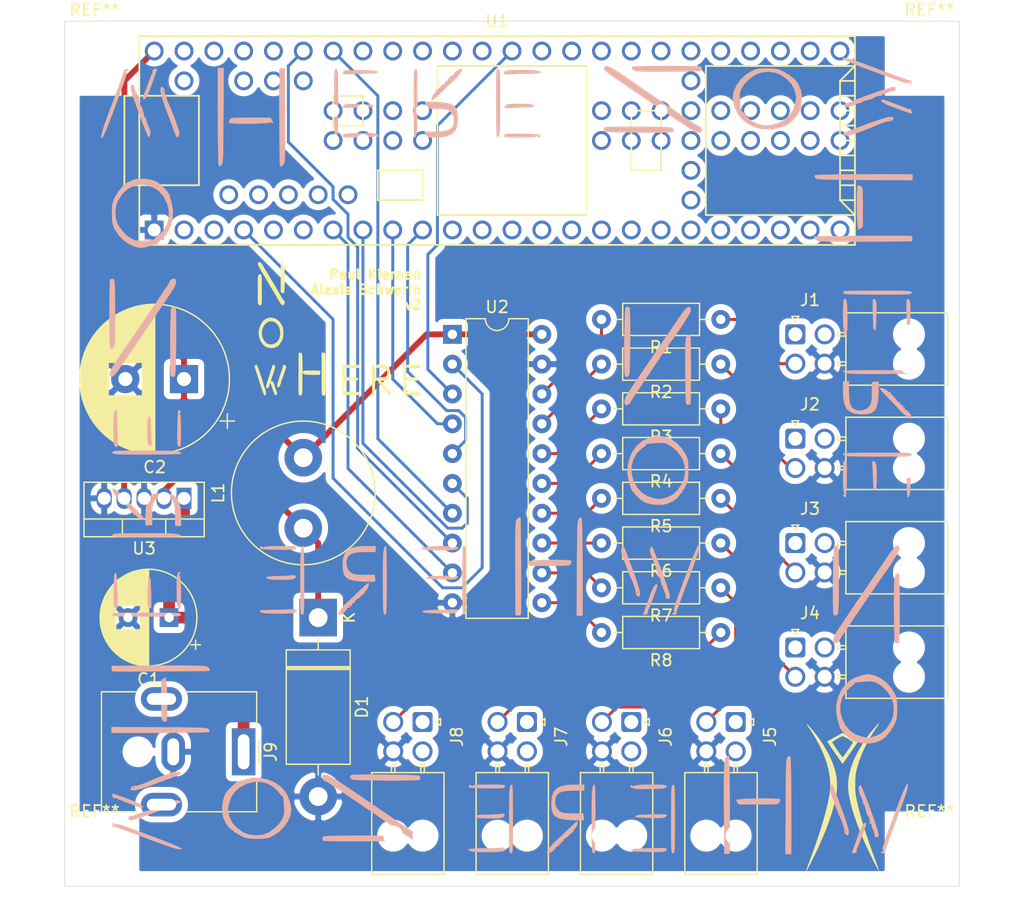
<source format=kicad_pcb>
(kicad_pcb (version 20190516) (host pcbnew "(5.1.0-964-gdaad58e51)")
  (layers (0 "F.Cu" signal) (31 "B.Cu" signal) (34 "B.Paste" user) (35 "F.Paste" user) (36 "B.SilkS" user) (37 "F.SilkS" user) (38 "B.Mask" user) (39 "F.Mask" user) (44 "Edge.Cuts" user))
  (net 0 "")
  (net 1 "+12V")
  (net 2 "GND")
  (net 3 "+5V")
  (net 4 "Net-(D1-Pad1)")
  (net 5 "Net-(R1-Pad2)")
  (net 6 "data0_out")
  (net 7 "data1_out")
  (net 8 "Net-(R2-Pad2)")
  (net 9 "Net-(R3-Pad2)")
  (net 10 "data2_out")
  (net 11 "data3_out")
  (net 12 "Net-(R4-Pad2)")
  (net 13 "Net-(R5-Pad2)")
  (net 14 "data4_out")
  (net 15 "data5_out")
  (net 16 "Net-(R6-Pad2)")
  (net 17 "Net-(R7-Pad2)")
  (net 18 "data6_out")
  (net 19 "data7_out")
  (net 20 "Net-(R8-Pad2)")
  (net 21 "Net-(U1-Pad17)")
  (net 22 "Net-(U1-Pad18)")
  (net 23 "Net-(U1-Pad19)")
  (net 24 "Net-(U1-Pad20)")
  (net 25 "Net-(U1-Pad16)")
  (net 26 "Net-(U1-Pad15)")
  (net 27 "Net-(U1-Pad14)")
  (net 28 "Net-(U1-Pad21)")
  (net 29 "Net-(U1-Pad22)")
  (net 30 "Net-(U1-Pad23)")
  (net 31 "Net-(U1-Pad24)")
  (net 32 "Net-(U1-Pad25)")
  (net 33 "Net-(U1-Pad26)")
  (net 34 "Net-(U1-Pad27)")
  (net 35 "Net-(U1-Pad28)")
  (net 36 "Net-(U1-Pad29)")
  (net 37 "Net-(U1-Pad30)")
  (net 38 "Net-(U1-Pad31)")
  (net 39 "Net-(U1-Pad32)")
  (net 40 "Net-(U1-Pad33)")
  (net 41 "Net-(U1-Pad34)")
  (net 42 "Net-(U1-Pad35)")
  (net 43 "Net-(U1-Pad36)")
  (net 44 "Net-(U1-Pad37)")
  (net 45 "Net-(U1-Pad13)")
  (net 46 "Net-(U1-Pad12)")
  (net 47 "Net-(U1-Pad11)")
  (net 48 "data3_pre")
  (net 49 "data2_pre")
  (net 50 "data4_pre")
  (net 51 "data7_pre")
  (net 52 "Net-(U1-Pad6)")
  (net 53 "Net-(U1-Pad5)")
  (net 54 "data0_pre")
  (net 55 "Net-(U1-Pad3)")
  (net 56 "Net-(U1-Pad2)")
  (net 57 "Net-(U1-Pad38)")
  (net 58 "Net-(U1-Pad39)")
  (net 59 "Net-(U1-Pad40)")
  (net 60 "data1_pre")
  (net 61 "Net-(U1-Pad42)")
  (net 62 "Net-(U1-Pad43)")
  (net 63 "Net-(U1-Pad44)")
  (net 64 "Net-(U1-Pad45)")
  (net 65 "Net-(U1-Pad46)")
  (net 66 "Net-(U1-Pad49)")
  (net 67 "Net-(U1-Pad50)")
  (net 68 "Net-(U1-Pad51)")
  (net 69 "Net-(U1-Pad52)")
  (net 70 "Net-(U1-Pad54)")
  (net 71 "Net-(U1-Pad55)")
  (net 72 "Net-(U1-Pad56)")
  (net 73 "Net-(U1-Pad57)")
  (net 74 "Net-(U1-Pad63)")
  (net 75 "Net-(U1-Pad64)")
  (net 76 "Net-(U1-Pad65)")
  (net 77 "Net-(U1-Pad66)")
  (net 78 "Net-(U1-Pad67)")
  (net 79 "Net-(U1-Pad68)")
  (net 80 "Net-(U1-Pad69)")
  (net 81 "Net-(U1-Pad70)")
  (net 82 "Net-(U1-Pad71)")
  (net 83 "Net-(U1-Pad72)")
  (net 84 "Net-(U1-Pad73)")
  (net 85 "Net-(U1-Pad74)")
  (net 86 "Net-(U1-Pad75)")
  (net 87 "Net-(U1-Pad76)")
  (net 88 "Net-(U1-Pad77)")
  (net 89 "Net-(U1-Pad78)")
  (net 90 "Net-(U1-Pad79)")
  (net 91 "Net-(U1-Pad80)")
  (net 92 "Net-(U1-Pad81)")
  (net 93 "Net-(U1-Pad82)")
  (net 94 "Net-(U1-Pad83)")
  (net 95 "Net-(U1-Pad84)")
  (net 96 "Net-(U1-Pad85)")
  (net 97 "Net-(U1-Pad86)")
  (net 98 "Net-(U1-Pad58)")
  (net 99 "Net-(U1-Pad59)")
  (net 100 "Net-(U1-Pad60)")
  (net 101 "Net-(U1-Pad61)")
  (net 102 "Net-(U1-Pad62)")
  (net 103 "data5_pre")
  (net 104 "data6_pre")
  (net 105 "Net-(J1-Pad3)")
  (net 106 "Net-(J2-Pad3)")
  (net 107 "Net-(J3-Pad3)")
  (net 108 "Net-(J4-Pad3)")
  (net 109 "Net-(J5-Pad3)")
  (net 110 "Net-(J6-Pad3)")
  (net 111 "Net-(J7-Pad3)")
  (net 112 "Net-(J8-Pad3)")
  (net 113 "Net-(J1-Pad1)")
  (net 114 "Net-(J2-Pad1)")
  (net 115 "Net-(J3-Pad1)")
  (net 116 "Net-(J4-Pad1)")
  (net 117 "Net-(J5-Pad1)")
  (net 118 "Net-(J6-Pad1)")
  (net 119 "Net-(J7-Pad1)")
  (net 120 "Net-(J8-Pad1)")
  (module "nowhere:the-man-silkscreen" (layer "F.Cu") (at 129.54 80.01)
    (fp_text reference "G***" hide)
    (fp_text value "LOGO" hide)
  )
  (module "nowhere:nowhere-silkscreen-small" (layer "F.Cu") (at 87.63 39.37)
    (fp_text reference "G***" hide)
    (fp_text value "LOGO" hide)
  )
  (module "nowhere:nowhere-silkscreen" (layer "B.Cu") (at 120.65 38.1 270)
    (fp_text reference "G***" hide)
    (fp_text value "LOGO" hide)
  )
  (module "nowhere:nowhere-silkscreen" (layer "B.Cu") (at 96.52 49.53 180)
    (fp_text reference "G***" hide)
    (fp_text value "LOGO" hide)
  )
  (module "nowhere:nowhere-silkscreen" (layer "B.Cu") (at 114.3 69.85 180)
    (fp_text reference "G***" hide)
    (fp_text value "LOGO" hide)
  )
  (module "nowhere:nowhere-silkscreen" (layer "B.Cu") (at 82.55 63.5 90)
    (fp_text reference "G***" hide)
    (fp_text value "LOGO" hide)
  )
  (module "nowhere:nowhere-silkscreen" (layer "B.Cu") (at 87.63 33.02)
    (fp_text reference "G***" hide)
    (fp_text value "LOGO" hide)
  )
  (module "MountingHole:MountingHole_2.5mm" (layer "F.Cu") (at 137.16 85.09)
    (fp_text reference "REF**" (at 0 -3.81) (layer "F.SilkS"))
    (fp_text value "MountingHole_2.5mm")
    (pad "1" np_thru_hole circle (at 0 0) (size 2.5 2.5) (drill 2.5) (layers *.Cu *.Mask))
  )
  (module "Connector_Molex:Molex_Nano-Fit_105314-xx04_2x02_P2.50mm_Horizontal" (layer "F.Cu") (at 125.73 40.64)
    (fp_text reference "J1" (at 1.25 -2.92) (layer "F.SilkS"))
    (fp_text value "DIN-4")
    (pad "" np_thru_hole circle (at 9.68 2.5) (size 1.7 1.7) (drill 1.7) (layers *.Cu *.Mask))
    (pad "" np_thru_hole circle (at 9.68 0) (size 1.7 1.7) (drill 1.7) (layers *.Cu *.Mask))
    (pad "4" thru_hole circle (at 2.5 2.5) (size 1.7 1.7) (drill 1.2) (layers *.Cu *.Mask) (net 2 "GND"))
    (pad "3" thru_hole circle (at 2.5 0) (size 1.7 1.7) (drill 1.2) (layers *.Cu *.Mask) (net 105 "Net-(J1-Pad3)"))
    (pad "2" thru_hole circle (at 0 2.5) (size 1.7 1.7) (drill 1.2) (layers *.Cu *.Mask) (net 6 "data0_out"))
    (pad "1" thru_hole roundrect (at 0 0) (size 1.7 1.7) (drill 1.2) (layers *.Cu *.Mask) (roundrect_rratio 0.147059) (net 113 "Net-(J1-Pad1)"))
  )
  (module "Connector_Molex:Molex_Nano-Fit_105314-xx04_2x02_P2.50mm_Horizontal" (layer "F.Cu") (at 125.73 49.53)
    (fp_text reference "J2" (at 1.25 -2.92) (layer "F.SilkS"))
    (fp_text value "DIN-4")
    (pad "" np_thru_hole circle (at 9.68 2.5) (size 1.7 1.7) (drill 1.7) (layers *.Cu *.Mask))
    (pad "" np_thru_hole circle (at 9.68 0) (size 1.7 1.7) (drill 1.7) (layers *.Cu *.Mask))
    (pad "4" thru_hole circle (at 2.5 2.5) (size 1.7 1.7) (drill 1.2) (layers *.Cu *.Mask) (net 2 "GND"))
    (pad "3" thru_hole circle (at 2.5 0) (size 1.7 1.7) (drill 1.2) (layers *.Cu *.Mask) (net 106 "Net-(J2-Pad3)"))
    (pad "2" thru_hole circle (at 0 2.5) (size 1.7 1.7) (drill 1.2) (layers *.Cu *.Mask) (net 7 "data1_out"))
    (pad "1" thru_hole roundrect (at 0 0) (size 1.7 1.7) (drill 1.2) (layers *.Cu *.Mask) (roundrect_rratio 0.147059) (net 114 "Net-(J2-Pad1)"))
  )
  (module "Connector_Molex:Molex_Nano-Fit_105314-xx04_2x02_P2.50mm_Horizontal" (layer "F.Cu") (at 125.73 58.42)
    (fp_text reference "J3" (at 1.25 -2.92) (layer "F.SilkS"))
    (fp_text value "DIN-4")
    (pad "" np_thru_hole circle (at 9.68 2.5) (size 1.7 1.7) (drill 1.7) (layers *.Cu *.Mask))
    (pad "" np_thru_hole circle (at 9.68 0) (size 1.7 1.7) (drill 1.7) (layers *.Cu *.Mask))
    (pad "4" thru_hole circle (at 2.5 2.5) (size 1.7 1.7) (drill 1.2) (layers *.Cu *.Mask) (net 2 "GND"))
    (pad "3" thru_hole circle (at 2.5 0) (size 1.7 1.7) (drill 1.2) (layers *.Cu *.Mask) (net 107 "Net-(J3-Pad3)"))
    (pad "2" thru_hole circle (at 0 2.5) (size 1.7 1.7) (drill 1.2) (layers *.Cu *.Mask) (net 10 "data2_out"))
    (pad "1" thru_hole roundrect (at 0 0) (size 1.7 1.7) (drill 1.2) (layers *.Cu *.Mask) (roundrect_rratio 0.147059) (net 115 "Net-(J3-Pad1)"))
  )
  (module "Connector_Molex:Molex_Nano-Fit_105314-xx04_2x02_P2.50mm_Horizontal" (layer "F.Cu") (at 125.73 67.31)
    (fp_text reference "J4" (at 1.25 -2.92) (layer "F.SilkS"))
    (fp_text value "DIN-4")
    (pad "" np_thru_hole circle (at 9.68 2.5) (size 1.7 1.7) (drill 1.7) (layers *.Cu *.Mask))
    (pad "" np_thru_hole circle (at 9.68 0) (size 1.7 1.7) (drill 1.7) (layers *.Cu *.Mask))
    (pad "4" thru_hole circle (at 2.5 2.5) (size 1.7 1.7) (drill 1.2) (layers *.Cu *.Mask) (net 2 "GND"))
    (pad "3" thru_hole circle (at 2.5 0) (size 1.7 1.7) (drill 1.2) (layers *.Cu *.Mask) (net 108 "Net-(J4-Pad3)"))
    (pad "2" thru_hole circle (at 0 2.5) (size 1.7 1.7) (drill 1.2) (layers *.Cu *.Mask) (net 11 "data3_out"))
    (pad "1" thru_hole roundrect (at 0 0) (size 1.7 1.7) (drill 1.2) (layers *.Cu *.Mask) (roundrect_rratio 0.147059) (net 116 "Net-(J4-Pad1)"))
  )
  (module "Connector_Molex:Molex_Nano-Fit_105314-xx04_2x02_P2.50mm_Horizontal" (layer "F.Cu") (at 120.65 73.66 270)
    (fp_text reference "J5" (at 1.25 -2.92 90) (layer "F.SilkS"))
    (fp_text value "DIN-4")
    (pad "" np_thru_hole circle (at 9.68 2.5 270) (size 1.7 1.7) (drill 1.7) (layers *.Cu *.Mask))
    (pad "" np_thru_hole circle (at 9.68 0 270) (size 1.7 1.7) (drill 1.7) (layers *.Cu *.Mask))
    (pad "4" thru_hole circle (at 2.5 2.5 270) (size 1.7 1.7) (drill 1.2) (layers *.Cu *.Mask) (net 2 "GND"))
    (pad "3" thru_hole circle (at 2.5 0 270) (size 1.7 1.7) (drill 1.2) (layers *.Cu *.Mask) (net 109 "Net-(J5-Pad3)"))
    (pad "2" thru_hole circle (at 0 2.5 270) (size 1.7 1.7) (drill 1.2) (layers *.Cu *.Mask) (net 14 "data4_out"))
    (pad "1" thru_hole roundrect (at 0 0 270) (size 1.7 1.7) (drill 1.2) (layers *.Cu *.Mask) (roundrect_rratio 0.147059) (net 117 "Net-(J5-Pad1)"))
  )
  (module "Connector_Molex:Molex_Nano-Fit_105314-xx04_2x02_P2.50mm_Horizontal" (layer "F.Cu") (at 111.76 73.66 270)
    (fp_text reference "J6" (at 1.25 -2.92 90) (layer "F.SilkS"))
    (fp_text value "DIN-4")
    (pad "" np_thru_hole circle (at 9.68 2.5 270) (size 1.7 1.7) (drill 1.7) (layers *.Cu *.Mask))
    (pad "" np_thru_hole circle (at 9.68 0 270) (size 1.7 1.7) (drill 1.7) (layers *.Cu *.Mask))
    (pad "4" thru_hole circle (at 2.5 2.5 270) (size 1.7 1.7) (drill 1.2) (layers *.Cu *.Mask) (net 2 "GND"))
    (pad "3" thru_hole circle (at 2.5 0 270) (size 1.7 1.7) (drill 1.2) (layers *.Cu *.Mask) (net 110 "Net-(J6-Pad3)"))
    (pad "2" thru_hole circle (at 0 2.5 270) (size 1.7 1.7) (drill 1.2) (layers *.Cu *.Mask) (net 15 "data5_out"))
    (pad "1" thru_hole roundrect (at 0 0 270) (size 1.7 1.7) (drill 1.2) (layers *.Cu *.Mask) (roundrect_rratio 0.147059) (net 118 "Net-(J6-Pad1)"))
  )
  (module "Connector_Molex:Molex_Nano-Fit_105314-xx04_2x02_P2.50mm_Horizontal" (layer "F.Cu") (at 102.87 73.66 270)
    (fp_text reference "J7" (at 1.25 -2.92 90) (layer "F.SilkS"))
    (fp_text value "DIN-4")
    (pad "" np_thru_hole circle (at 9.68 2.5 270) (size 1.7 1.7) (drill 1.7) (layers *.Cu *.Mask))
    (pad "" np_thru_hole circle (at 9.68 0 270) (size 1.7 1.7) (drill 1.7) (layers *.Cu *.Mask))
    (pad "4" thru_hole circle (at 2.5 2.5 270) (size 1.7 1.7) (drill 1.2) (layers *.Cu *.Mask) (net 2 "GND"))
    (pad "3" thru_hole circle (at 2.5 0 270) (size 1.7 1.7) (drill 1.2) (layers *.Cu *.Mask) (net 111 "Net-(J7-Pad3)"))
    (pad "2" thru_hole circle (at 0 2.5 270) (size 1.7 1.7) (drill 1.2) (layers *.Cu *.Mask) (net 18 "data6_out"))
    (pad "1" thru_hole roundrect (at 0 0 270) (size 1.7 1.7) (drill 1.2) (layers *.Cu *.Mask) (roundrect_rratio 0.147059) (net 119 "Net-(J7-Pad1)"))
  )
  (module "Connector_Molex:Molex_Nano-Fit_105314-xx04_2x02_P2.50mm_Horizontal" (layer "F.Cu") (at 93.98 73.66 270)
    (fp_text reference "J8" (at 1.25 -2.92 90) (layer "F.SilkS"))
    (fp_text value "DIN-4")
    (pad "" np_thru_hole circle (at 9.68 2.5 270) (size 1.7 1.7) (drill 1.7) (layers *.Cu *.Mask))
    (pad "" np_thru_hole circle (at 9.68 0 270) (size 1.7 1.7) (drill 1.7) (layers *.Cu *.Mask))
    (pad "4" thru_hole circle (at 2.5 2.5 270) (size 1.7 1.7) (drill 1.2) (layers *.Cu *.Mask) (net 2 "GND"))
    (pad "3" thru_hole circle (at 2.5 0 270) (size 1.7 1.7) (drill 1.2) (layers *.Cu *.Mask) (net 112 "Net-(J8-Pad3)"))
    (pad "2" thru_hole circle (at 0 2.5 270) (size 1.7 1.7) (drill 1.2) (layers *.Cu *.Mask) (net 19 "data7_out"))
    (pad "1" thru_hole roundrect (at 0 0 270) (size 1.7 1.7) (drill 1.2) (layers *.Cu *.Mask) (roundrect_rratio 0.147059) (net 120 "Net-(J8-Pad1)"))
  )
  (module "MountingHole:MountingHole_2.5mm" (layer "F.Cu") (at 66.04 85.09)
    (fp_text reference "REF**" (at 0 -3.81) (layer "F.SilkS"))
    (fp_text value "MountingHole_2.5mm")
    (pad "1" np_thru_hole circle (at 0 0) (size 2.5 2.5) (drill 2.5) (layers *.Cu *.Mask))
  )
  (module "MountingHole:MountingHole_2.5mm" (layer "F.Cu") (at 137.16 16.51)
    (fp_text reference "REF**" (at 0 -3.5) (layer "F.SilkS"))
    (fp_text value "MountingHole_2.5mm")
    (pad "1" np_thru_hole circle (at 0 0) (size 2.5 2.5) (drill 2.5) (layers *.Cu *.Mask))
  )
  (module "MountingHole:MountingHole_2.5mm" (layer "F.Cu") (at 66.04 16.51)
    (fp_text reference "REF**" (at 0 -3.5) (layer "F.SilkS"))
    (fp_text value "MountingHole_2.5mm")
    (pad "1" np_thru_hole circle (at 0 0) (size 2.5 2.5) (drill 2.5) (layers *.Cu *.Mask))
  )
  (module "Resistor_THT:R_Axial_DIN0207_L6.3mm_D2.5mm_P10.16mm_Horizontal" (layer "F.Cu") (at 119.38 62.23 180)
    (fp_text reference "R7" (at 5.08 -2.37) (layer "F.SilkS"))
    (fp_text value "100")
    (pad "2" thru_hole oval (at 10.16 0 180) (size 1.6 1.6) (drill 0.8) (layers *.Cu *.Mask) (net 17 "Net-(R7-Pad2)"))
    (pad "1" thru_hole circle (at 0 0 180) (size 1.6 1.6) (drill 0.8) (layers *.Cu *.Mask) (net 18 "data6_out"))
  )
  (module "Capacitor_THT:CP_Radial_D8.0mm_P3.50mm" (layer "F.Cu") (at 72.39 64.77 180)
    (fp_text reference "C1" (at 1.75 -5.25) (layer "F.SilkS"))
    (fp_text value "100uF")
    (pad "2" thru_hole circle (at 3.5 0 180) (size 1.6 1.6) (drill 0.8) (layers *.Cu *.Mask) (net 2 "GND"))
    (pad "1" thru_hole rect (at 0 0 180) (size 1.6 1.6) (drill 0.8) (layers *.Cu *.Mask) (net 1 "+12V"))
  )
  (module "Capacitor_THT:CP_Radial_D12.5mm_P5.00mm" (layer "F.Cu") (at 73.66 44.45 180)
    (fp_text reference "C2" (at 2.5 -7.5) (layer "F.SilkS"))
    (fp_text value "1000uF")
    (pad "2" thru_hole circle (at 5 0 180) (size 2.4 2.4) (drill 1.2) (layers *.Cu *.Mask) (net 2 "GND"))
    (pad "1" thru_hole rect (at 0 0 180) (size 2.4 2.4) (drill 1.2) (layers *.Cu *.Mask) (net 3 "+5V"))
  )
  (module "Diode_THT:D_DO-201AD_P15.24mm_Horizontal" (layer "F.Cu") (at 85.09 64.77 270)
    (fp_text reference "D1" (at 7.62 -3.72 90) (layer "F.SilkS"))
    (fp_text value "1N5822")
    (fp_text user "K" (at 0 -2.6 90) (layer "F.SilkS"))
    (fp_text user "K" (at 0 -2.6 90) (layer "F.SilkS"))
    (pad "2" thru_hole oval (at 15.24 0 270) (size 3.2 3.2) (drill 1.6) (layers *.Cu *.Mask) (net 2 "GND"))
    (pad "1" thru_hole rect (at 0 0 270) (size 3.2 3.2) (drill 1.6) (layers *.Cu *.Mask) (net 4 "Net-(D1-Pad1)"))
  )
  (module "Inductor_THT:L_Radial_D12.0mm_P6.00mm_MuRATA_1900R" (layer "F.Cu") (at 83.82 57.15 90)
    (fp_text reference "L1" (at 3 -7.25 90) (layer "F.SilkS"))
    (fp_text value "100uH")
    (pad "2" thru_hole circle (at 6 0 90) (size 3.2 3.2) (drill 1.6) (layers *.Cu *.Mask) (net 3 "+5V"))
    (pad "1" thru_hole circle (at 0 0 90) (size 3.2 3.2) (drill 1.6) (layers *.Cu *.Mask) (net 4 "Net-(D1-Pad1)"))
  )
  (module "Resistor_THT:R_Axial_DIN0207_L6.3mm_D2.5mm_P10.16mm_Horizontal" (layer "F.Cu") (at 119.38 39.37 180)
    (fp_text reference "R1" (at 5.08 -2.37) (layer "F.SilkS"))
    (fp_text value "100")
    (pad "2" thru_hole oval (at 10.16 0 180) (size 1.6 1.6) (drill 0.8) (layers *.Cu *.Mask) (net 5 "Net-(R1-Pad2)"))
    (pad "1" thru_hole circle (at 0 0 180) (size 1.6 1.6) (drill 0.8) (layers *.Cu *.Mask) (net 6 "data0_out"))
  )
  (module "Resistor_THT:R_Axial_DIN0207_L6.3mm_D2.5mm_P10.16mm_Horizontal" (layer "F.Cu") (at 119.38 43.18 180)
    (fp_text reference "R2" (at 5.08 -2.37) (layer "F.SilkS"))
    (fp_text value "100")
    (pad "2" thru_hole oval (at 10.16 0 180) (size 1.6 1.6) (drill 0.8) (layers *.Cu *.Mask) (net 8 "Net-(R2-Pad2)"))
    (pad "1" thru_hole circle (at 0 0 180) (size 1.6 1.6) (drill 0.8) (layers *.Cu *.Mask) (net 7 "data1_out"))
  )
  (module "Resistor_THT:R_Axial_DIN0207_L6.3mm_D2.5mm_P10.16mm_Horizontal" (layer "F.Cu") (at 119.38 46.99 180)
    (fp_text reference "R3" (at 5.08 -2.37) (layer "F.SilkS"))
    (fp_text value "100")
    (pad "2" thru_hole oval (at 10.16 0 180) (size 1.6 1.6) (drill 0.8) (layers *.Cu *.Mask) (net 9 "Net-(R3-Pad2)"))
    (pad "1" thru_hole circle (at 0 0 180) (size 1.6 1.6) (drill 0.8) (layers *.Cu *.Mask) (net 10 "data2_out"))
  )
  (module "Resistor_THT:R_Axial_DIN0207_L6.3mm_D2.5mm_P10.16mm_Horizontal" (layer "F.Cu") (at 119.38 50.8 180)
    (fp_text reference "R4" (at 5.08 -2.37) (layer "F.SilkS"))
    (fp_text value "100")
    (pad "2" thru_hole oval (at 10.16 0 180) (size 1.6 1.6) (drill 0.8) (layers *.Cu *.Mask) (net 12 "Net-(R4-Pad2)"))
    (pad "1" thru_hole circle (at 0 0 180) (size 1.6 1.6) (drill 0.8) (layers *.Cu *.Mask) (net 11 "data3_out"))
  )
  (module "Resistor_THT:R_Axial_DIN0207_L6.3mm_D2.5mm_P10.16mm_Horizontal" (layer "F.Cu") (at 119.38 54.61 180)
    (fp_text reference "R5" (at 5.08 -2.37) (layer "F.SilkS"))
    (fp_text value "100")
    (pad "2" thru_hole oval (at 10.16 0 180) (size 1.6 1.6) (drill 0.8) (layers *.Cu *.Mask) (net 13 "Net-(R5-Pad2)"))
    (pad "1" thru_hole circle (at 0 0 180) (size 1.6 1.6) (drill 0.8) (layers *.Cu *.Mask) (net 14 "data4_out"))
  )
  (module "Resistor_THT:R_Axial_DIN0207_L6.3mm_D2.5mm_P10.16mm_Horizontal" (layer "F.Cu") (at 119.38 58.42 180)
    (fp_text reference "R6" (at 5.08 -2.37) (layer "F.SilkS"))
    (fp_text value "100")
    (pad "2" thru_hole oval (at 10.16 0 180) (size 1.6 1.6) (drill 0.8) (layers *.Cu *.Mask) (net 16 "Net-(R6-Pad2)"))
    (pad "1" thru_hole circle (at 0 0 180) (size 1.6 1.6) (drill 0.8) (layers *.Cu *.Mask) (net 15 "data5_out"))
  )
  (module "Resistor_THT:R_Axial_DIN0207_L6.3mm_D2.5mm_P10.16mm_Horizontal" (layer "F.Cu") (at 119.38 66.04 180)
    (fp_text reference "R8" (at 5.08 -2.37) (layer "F.SilkS"))
    (fp_text value "100")
    (pad "2" thru_hole oval (at 10.16 0 180) (size 1.6 1.6) (drill 0.8) (layers *.Cu *.Mask) (net 20 "Net-(R8-Pad2)"))
    (pad "1" thru_hole circle (at 0 0 180) (size 1.6 1.6) (drill 0.8) (layers *.Cu *.Mask) (net 19 "data7_out"))
  )
  (module "teensy:Teensy35_36" (layer "F.Cu") (at 100.33 24.13)
    (fp_text reference "U1" (at 0 -10.16) (layer "F.SilkS"))
    (fp_text value "Teensy3.6")
    (pad "62" thru_hole circle (at -12.7 4.62) (size 1.6 1.6) (drill 1.1) (layers *.Cu *.Mask) (net 102 "Net-(U1-Pad62)"))
    (pad "61" thru_hole circle (at -15.24 4.62) (size 1.6 1.6) (drill 1.1) (layers *.Cu *.Mask) (net 101 "Net-(U1-Pad61)"))
    (pad "60" thru_hole circle (at -17.78 4.62) (size 1.6 1.6) (drill 1.1) (layers *.Cu *.Mask) (net 100 "Net-(U1-Pad60)"))
    (pad "59" thru_hole circle (at -20.32 4.62) (size 1.6 1.6) (drill 1.1) (layers *.Cu *.Mask) (net 99 "Net-(U1-Pad59)"))
    (pad "58" thru_hole circle (at -22.86 4.62) (size 1.6 1.6) (drill 1.1) (layers *.Cu *.Mask) (net 98 "Net-(U1-Pad58)"))
    (pad "86" thru_hole circle (at -13.97 -2.54) (size 1.6 1.6) (drill 1.1) (layers *.Cu *.Mask) (net 97 "Net-(U1-Pad86)"))
    (pad "85" thru_hole circle (at -11.43 -2.54) (size 1.6 1.6) (drill 1.1) (layers *.Cu *.Mask) (net 96 "Net-(U1-Pad85)"))
    (pad "84" thru_hole circle (at -8.89 -2.54) (size 1.6 1.6) (drill 1.1) (layers *.Cu *.Mask) (net 95 "Net-(U1-Pad84)"))
    (pad "83" thru_hole circle (at -6.35 -2.54) (size 1.6 1.6) (drill 1.1) (layers *.Cu *.Mask) (net 94 "Net-(U1-Pad83)"))
    (pad "82" thru_hole circle (at 8.89 -2.54) (size 1.6 1.6) (drill 1.1) (layers *.Cu *.Mask) (net 93 "Net-(U1-Pad82)"))
    (pad "81" thru_hole circle (at 11.43 -2.54) (size 1.6 1.6) (drill 1.1) (layers *.Cu *.Mask) (net 92 "Net-(U1-Pad81)"))
    (pad "80" thru_hole circle (at 13.97 -2.54) (size 1.6 1.6) (drill 1.1) (layers *.Cu *.Mask) (net 91 "Net-(U1-Pad80)"))
    (pad "79" thru_hole circle (at 19.05 -2.54) (size 1.6 1.6) (drill 1.1) (layers *.Cu *.Mask) (net 90 "Net-(U1-Pad79)"))
    (pad "78" thru_hole circle (at 21.59 -2.54) (size 1.6 1.6) (drill 1.1) (layers *.Cu *.Mask) (net 89 "Net-(U1-Pad78)"))
    (pad "77" thru_hole circle (at 24.13 -2.54) (size 1.6 1.6) (drill 1.1) (layers *.Cu *.Mask) (net 88 "Net-(U1-Pad77)"))
    (pad "76" thru_hole circle (at 26.67 -2.54) (size 1.6 1.6) (drill 1.1) (layers *.Cu *.Mask) (net 87 "Net-(U1-Pad76)"))
    (pad "75" thru_hole circle (at 29.21 -2.54) (size 1.6 1.6) (drill 1.1) (layers *.Cu *.Mask) (net 86 "Net-(U1-Pad75)"))
    (pad "74" thru_hole circle (at 29.21 0) (size 1.6 1.6) (drill 1.1) (layers *.Cu *.Mask) (net 85 "Net-(U1-Pad74)"))
    (pad "73" thru_hole circle (at 26.67 0) (size 1.6 1.6) (drill 1.1) (layers *.Cu *.Mask) (net 84 "Net-(U1-Pad73)"))
    (pad "72" thru_hole circle (at 24.13 0) (size 1.6 1.6) (drill 1.1) (layers *.Cu *.Mask) (net 83 "Net-(U1-Pad72)"))
    (pad "71" thru_hole circle (at 21.59 0) (size 1.6 1.6) (drill 1.1) (layers *.Cu *.Mask) (net 82 "Net-(U1-Pad71)"))
    (pad "70" thru_hole circle (at 19.05 0) (size 1.6 1.6) (drill 1.1) (layers *.Cu *.Mask) (net 81 "Net-(U1-Pad70)"))
    (pad "69" thru_hole circle (at 13.97 0) (size 1.6 1.6) (drill 1.1) (layers *.Cu *.Mask) (net 80 "Net-(U1-Pad69)"))
    (pad "68" thru_hole circle (at 11.43 0) (size 1.6 1.6) (drill 1.1) (layers *.Cu *.Mask) (net 79 "Net-(U1-Pad68)"))
    (pad "67" thru_hole circle (at 8.89 0) (size 1.6 1.6) (drill 1.1) (layers *.Cu *.Mask) (net 78 "Net-(U1-Pad67)"))
    (pad "66" thru_hole circle (at -6.35 0) (size 1.6 1.6) (drill 1.1) (layers *.Cu *.Mask) (net 77 "Net-(U1-Pad66)"))
    (pad "65" thru_hole circle (at -8.89 0) (size 1.6 1.6) (drill 1.1) (layers *.Cu *.Mask) (net 76 "Net-(U1-Pad65)"))
    (pad "64" thru_hole circle (at -11.43 0) (size 1.6 1.6) (drill 1.1) (layers *.Cu *.Mask) (net 75 "Net-(U1-Pad64)"))
    (pad "63" thru_hole circle (at -13.97 0) (size 1.6 1.6) (drill 1.1) (layers *.Cu *.Mask) (net 74 "Net-(U1-Pad63)"))
    (pad "57" thru_hole circle (at -16.51 -5.08) (size 1.6 1.6) (drill 1.1) (layers *.Cu *.Mask) (net 73 "Net-(U1-Pad57)"))
    (pad "56" thru_hole circle (at -19.05 -5.08) (size 1.6 1.6) (drill 1.1) (layers *.Cu *.Mask) (net 72 "Net-(U1-Pad56)"))
    (pad "55" thru_hole circle (at -21.59 -5.08) (size 1.6 1.6) (drill 1.1) (layers *.Cu *.Mask) (net 71 "Net-(U1-Pad55)"))
    (pad "54" thru_hole circle (at -26.67 -5.08) (size 1.6 1.6) (drill 1.1) (layers *.Cu *.Mask) (net 70 "Net-(U1-Pad54)"))
    (pad "53" thru_hole circle (at -29.21 -7.62) (size 1.6 1.6) (drill 1.1) (layers *.Cu *.Mask) (net 3 "+5V"))
    (pad "52" thru_hole circle (at -26.67 -7.62) (size 1.6 1.6) (drill 1.1) (layers *.Cu *.Mask) (net 69 "Net-(U1-Pad52)"))
    (pad "51" thru_hole circle (at -24.13 -7.62) (size 1.6 1.6) (drill 1.1) (layers *.Cu *.Mask) (net 68 "Net-(U1-Pad51)"))
    (pad "50" thru_hole circle (at -21.59 -7.62) (size 1.6 1.6) (drill 1.1) (layers *.Cu *.Mask) (net 67 "Net-(U1-Pad50)"))
    (pad "49" thru_hole circle (at -19.05 -7.62) (size 1.6 1.6) (drill 1.1) (layers *.Cu *.Mask) (net 66 "Net-(U1-Pad49)"))
    (pad "48" thru_hole circle (at -16.51 -7.62) (size 1.6 1.6) (drill 1.1) (layers *.Cu *.Mask) (net 104 "data6_pre"))
    (pad "47" thru_hole circle (at -13.97 -7.62) (size 1.6 1.6) (drill 1.1) (layers *.Cu *.Mask) (net 103 "data5_pre"))
    (pad "46" thru_hole circle (at -11.43 -7.62) (size 1.6 1.6) (drill 1.1) (layers *.Cu *.Mask) (net 65 "Net-(U1-Pad46)"))
    (pad "45" thru_hole circle (at -8.89 -7.62) (size 1.6 1.6) (drill 1.1) (layers *.Cu *.Mask) (net 64 "Net-(U1-Pad45)"))
    (pad "44" thru_hole circle (at -6.35 -7.62) (size 1.6 1.6) (drill 1.1) (layers *.Cu *.Mask) (net 63 "Net-(U1-Pad44)"))
    (pad "43" thru_hole circle (at -3.81 -7.62) (size 1.6 1.6) (drill 1.1) (layers *.Cu *.Mask) (net 62 "Net-(U1-Pad43)"))
    (pad "42" thru_hole circle (at -1.27 -7.62) (size 1.6 1.6) (drill 1.1) (layers *.Cu *.Mask) (net 61 "Net-(U1-Pad42)"))
    (pad "41" thru_hole circle (at 1.27 -7.62) (size 1.6 1.6) (drill 1.1) (layers *.Cu *.Mask) (net 60 "data1_pre"))
    (pad "40" thru_hole circle (at 3.81 -7.62) (size 1.6 1.6) (drill 1.1) (layers *.Cu *.Mask) (net 59 "Net-(U1-Pad40)"))
    (pad "39" thru_hole circle (at 6.35 -7.62) (size 1.6 1.6) (drill 1.1) (layers *.Cu *.Mask) (net 58 "Net-(U1-Pad39)"))
    (pad "38" thru_hole circle (at 8.89 -7.62) (size 1.6 1.6) (drill 1.1) (layers *.Cu *.Mask) (net 57 "Net-(U1-Pad38)"))
    (pad "1" thru_hole rect (at -29.21 7.62) (size 1.6 1.6) (drill 1.1) (layers *.Cu *.Mask) (net 2 "GND"))
    (pad "2" thru_hole circle (at -26.67 7.62) (size 1.6 1.6) (drill 1.1) (layers *.Cu *.Mask) (net 56 "Net-(U1-Pad2)"))
    (pad "3" thru_hole circle (at -24.13 7.62) (size 1.6 1.6) (drill 1.1) (layers *.Cu *.Mask) (net 55 "Net-(U1-Pad3)"))
    (pad "4" thru_hole circle (at -21.59 7.62) (size 1.6 1.6) (drill 1.1) (layers *.Cu *.Mask) (net 54 "data0_pre"))
    (pad "5" thru_hole circle (at -19.05 7.62) (size 1.6 1.6) (drill 1.1) (layers *.Cu *.Mask) (net 53 "Net-(U1-Pad5)"))
    (pad "6" thru_hole circle (at -16.51 7.62) (size 1.6 1.6) (drill 1.1) (layers *.Cu *.Mask) (net 52 "Net-(U1-Pad6)"))
    (pad "7" thru_hole circle (at -13.97 7.62) (size 1.6 1.6) (drill 1.1) (layers *.Cu *.Mask) (net 51 "data7_pre"))
    (pad "8" thru_hole circle (at -11.43 7.62) (size 1.6 1.6) (drill 1.1) (layers *.Cu *.Mask) (net 50 "data4_pre"))
    (pad "9" thru_hole circle (at -8.89 7.62) (size 1.6 1.6) (drill 1.1) (layers *.Cu *.Mask) (net 49 "data2_pre"))
    (pad "10" thru_hole circle (at -6.35 7.62) (size 1.6 1.6) (drill 1.1) (layers *.Cu *.Mask) (net 48 "data3_pre"))
    (pad "11" thru_hole circle (at -3.81 7.62) (size 1.6 1.6) (drill 1.1) (layers *.Cu *.Mask) (net 47 "Net-(U1-Pad11)"))
    (pad "12" thru_hole circle (at -1.27 7.62) (size 1.6 1.6) (drill 1.1) (layers *.Cu *.Mask) (net 46 "Net-(U1-Pad12)"))
    (pad "13" thru_hole circle (at 1.27 7.62) (size 1.6 1.6) (drill 1.1) (layers *.Cu *.Mask) (net 45 "Net-(U1-Pad13)"))
    (pad "37" thru_hole circle (at 11.43 -7.62) (size 1.6 1.6) (drill 1.1) (layers *.Cu *.Mask) (net 44 "Net-(U1-Pad37)"))
    (pad "36" thru_hole circle (at 13.97 -7.62) (size 1.6 1.6) (drill 1.1) (layers *.Cu *.Mask) (net 43 "Net-(U1-Pad36)"))
    (pad "35" thru_hole circle (at 16.51 -7.62) (size 1.6 1.6) (drill 1.1) (layers *.Cu *.Mask) (net 42 "Net-(U1-Pad35)"))
    (pad "34" thru_hole circle (at 19.05 -7.62) (size 1.6 1.6) (drill 1.1) (layers *.Cu *.Mask) (net 41 "Net-(U1-Pad34)"))
    (pad "33" thru_hole circle (at 21.59 -7.62) (size 1.6 1.6) (drill 1.1) (layers *.Cu *.Mask) (net 40 "Net-(U1-Pad33)"))
    (pad "32" thru_hole circle (at 24.13 -7.62) (size 1.6 1.6) (drill 1.1) (layers *.Cu *.Mask) (net 39 "Net-(U1-Pad32)"))
    (pad "31" thru_hole circle (at 26.67 -7.62) (size 1.6 1.6) (drill 1.1) (layers *.Cu *.Mask) (net 38 "Net-(U1-Pad31)"))
    (pad "30" thru_hole circle (at 29.21 -7.62) (size 1.6 1.6) (drill 1.1) (layers *.Cu *.Mask) (net 37 "Net-(U1-Pad30)"))
    (pad "29" thru_hole circle (at 16.51 -5.08) (size 1.6 1.6) (drill 1.1) (layers *.Cu *.Mask) (net 36 "Net-(U1-Pad29)"))
    (pad "28" thru_hole circle (at 16.51 -2.54) (size 1.6 1.6) (drill 1.1) (layers *.Cu *.Mask) (net 35 "Net-(U1-Pad28)"))
    (pad "27" thru_hole circle (at 16.51 0) (size 1.6 1.6) (drill 1.1) (layers *.Cu *.Mask) (net 34 "Net-(U1-Pad27)"))
    (pad "26" thru_hole circle (at 16.51 2.54) (size 1.6 1.6) (drill 1.1) (layers *.Cu *.Mask) (net 33 "Net-(U1-Pad26)"))
    (pad "25" thru_hole circle (at 16.51 5.08) (size 1.6 1.6) (drill 1.1) (layers *.Cu *.Mask) (net 32 "Net-(U1-Pad25)"))
    (pad "24" thru_hole circle (at 29.21 7.62) (size 1.6 1.6) (drill 1.1) (layers *.Cu *.Mask) (net 31 "Net-(U1-Pad24)"))
    (pad "23" thru_hole circle (at 26.67 7.62) (size 1.6 1.6) (drill 1.1) (layers *.Cu *.Mask) (net 30 "Net-(U1-Pad23)"))
    (pad "22" thru_hole circle (at 24.13 7.62) (size 1.6 1.6) (drill 1.1) (layers *.Cu *.Mask) (net 29 "Net-(U1-Pad22)"))
    (pad "21" thru_hole circle (at 21.59 7.62) (size 1.6 1.6) (drill 1.1) (layers *.Cu *.Mask) (net 28 "Net-(U1-Pad21)"))
    (pad "14" thru_hole circle (at 3.81 7.62) (size 1.6 1.6) (drill 1.1) (layers *.Cu *.Mask) (net 27 "Net-(U1-Pad14)"))
    (pad "15" thru_hole circle (at 6.35 7.62) (size 1.6 1.6) (drill 1.1) (layers *.Cu *.Mask) (net 26 "Net-(U1-Pad15)"))
    (pad "16" thru_hole circle (at 8.89 7.62) (size 1.6 1.6) (drill 1.1) (layers *.Cu *.Mask) (net 25 "Net-(U1-Pad16)"))
    (pad "20" thru_hole circle (at 19.05 7.62) (size 1.6 1.6) (drill 1.1) (layers *.Cu *.Mask) (net 24 "Net-(U1-Pad20)"))
    (pad "19" thru_hole circle (at 16.51 7.62) (size 1.6 1.6) (drill 1.1) (layers *.Cu *.Mask) (net 23 "Net-(U1-Pad19)"))
    (pad "18" thru_hole circle (at 13.97 7.62) (size 1.6 1.6) (drill 1.1) (layers *.Cu *.Mask) (net 22 "Net-(U1-Pad18)"))
    (pad "17" thru_hole circle (at 11.43 7.62) (size 1.6 1.6) (drill 1.1) (layers *.Cu *.Mask) (net 21 "Net-(U1-Pad17)"))
  )
  (module "Package_DIP:DIP-20_W7.62mm" (layer "F.Cu") (at 96.52 40.64)
    (fp_text reference "U2" (at 3.81 -2.33) (layer "F.SilkS"))
    (fp_text value "74HC245")
    (pad "20" thru_hole oval (at 7.62 0) (size 1.6 1.6) (drill 0.8) (layers *.Cu *.Mask) (net 3 "+5V"))
    (pad "10" thru_hole oval (at 0 22.86) (size 1.6 1.6) (drill 0.8) (layers *.Cu *.Mask) (net 2 "GND"))
    (pad "19" thru_hole oval (at 7.62 2.54) (size 1.6 1.6) (drill 0.8) (layers *.Cu *.Mask) (net 2 "GND"))
    (pad "9" thru_hole oval (at 0 20.32) (size 1.6 1.6) (drill 0.8) (layers *.Cu *.Mask) (net 51 "data7_pre"))
    (pad "18" thru_hole oval (at 7.62 5.08) (size 1.6 1.6) (drill 0.8) (layers *.Cu *.Mask) (net 5 "Net-(R1-Pad2)"))
    (pad "8" thru_hole oval (at 0 17.78) (size 1.6 1.6) (drill 0.8) (layers *.Cu *.Mask) (net 104 "data6_pre"))
    (pad "17" thru_hole oval (at 7.62 7.62) (size 1.6 1.6) (drill 0.8) (layers *.Cu *.Mask) (net 8 "Net-(R2-Pad2)"))
    (pad "7" thru_hole oval (at 0 15.24) (size 1.6 1.6) (drill 0.8) (layers *.Cu *.Mask) (net 103 "data5_pre"))
    (pad "16" thru_hole oval (at 7.62 10.16) (size 1.6 1.6) (drill 0.8) (layers *.Cu *.Mask) (net 9 "Net-(R3-Pad2)"))
    (pad "6" thru_hole oval (at 0 12.7) (size 1.6 1.6) (drill 0.8) (layers *.Cu *.Mask) (net 50 "data4_pre"))
    (pad "15" thru_hole oval (at 7.62 12.7) (size 1.6 1.6) (drill 0.8) (layers *.Cu *.Mask) (net 12 "Net-(R4-Pad2)"))
    (pad "5" thru_hole oval (at 0 10.16) (size 1.6 1.6) (drill 0.8) (layers *.Cu *.Mask) (net 48 "data3_pre"))
    (pad "14" thru_hole oval (at 7.62 15.24) (size 1.6 1.6) (drill 0.8) (layers *.Cu *.Mask) (net 13 "Net-(R5-Pad2)"))
    (pad "4" thru_hole oval (at 0 7.62) (size 1.6 1.6) (drill 0.8) (layers *.Cu *.Mask) (net 49 "data2_pre"))
    (pad "13" thru_hole oval (at 7.62 17.78) (size 1.6 1.6) (drill 0.8) (layers *.Cu *.Mask) (net 16 "Net-(R6-Pad2)"))
    (pad "3" thru_hole oval (at 0 5.08) (size 1.6 1.6) (drill 0.8) (layers *.Cu *.Mask) (net 60 "data1_pre"))
    (pad "12" thru_hole oval (at 7.62 20.32) (size 1.6 1.6) (drill 0.8) (layers *.Cu *.Mask) (net 17 "Net-(R7-Pad2)"))
    (pad "2" thru_hole oval (at 0 2.54) (size 1.6 1.6) (drill 0.8) (layers *.Cu *.Mask) (net 54 "data0_pre"))
    (pad "11" thru_hole oval (at 7.62 22.86) (size 1.6 1.6) (drill 0.8) (layers *.Cu *.Mask) (net 20 "Net-(R8-Pad2)"))
    (pad "1" thru_hole rect (at 0 0) (size 1.6 1.6) (drill 0.8) (layers *.Cu *.Mask) (net 3 "+5V"))
  )
  (module "Package_TO_SOT_THT:TO-220-5_Vertical" (layer "F.Cu") (at 73.66 54.61 180)
    (fp_text reference "U3" (at 3.4 -4.27) (layer "F.SilkS"))
    (fp_text value "LM2576T-5")
    (pad "5" thru_hole oval (at 6.8 0 180) (size 1.275 1.8) (drill 1.1) (layers *.Cu *.Mask) (net 2 "GND"))
    (pad "4" thru_hole oval (at 5.1 0 180) (size 1.275 1.8) (drill 1.1) (layers *.Cu *.Mask) (net 3 "+5V"))
    (pad "3" thru_hole oval (at 3.4 0 180) (size 1.275 1.8) (drill 1.1) (layers *.Cu *.Mask) (net 2 "GND"))
    (pad "2" thru_hole oval (at 1.7 0 180) (size 1.275 1.8) (drill 1.1) (layers *.Cu *.Mask) (net 4 "Net-(D1-Pad1)"))
    (pad "1" thru_hole rect (at 0 0 180) (size 1.275 1.8) (drill 1.1) (layers *.Cu *.Mask) (net 1 "+12V"))
  )
  (module "Connector_BarrelJack:BarrelJack_CUI_PJ-063AH_Horizontal" (layer "F.Cu") (at 78.74 76.2 270)
    (fp_text reference "J9" (at 0 -2.3 90) (layer "F.SilkS"))
    (fp_text value "Barrel_Jack")
    (pad "" np_thru_hole circle (at 0 9 270) (size 1.6 1.6) (drill 1.6) (layers *.Cu *.Mask))
    (pad "MP" thru_hole oval (at 4.5 7 270) (size 2 3.5) (drill oval 1 2.5) (layers *.Cu *.Mask))
    (pad "MP" thru_hole oval (at -4.5 7 270) (size 2 3.5) (drill oval 1 2.5) (layers *.Cu *.Mask))
    (pad "2" thru_hole oval (at 0 6 270) (size 3.3 2) (drill oval 2.3 1) (layers *.Cu *.Mask) (net 2 "GND"))
    (pad "1" thru_hole rect (at 0 0 270) (size 4 2) (drill oval 3 1) (layers *.Cu *.Mask) (net 1 "+12V"))
  )
  (gr_line (start 63.5 13.97) (end 138.43 13.97) (layer "Edge.Cuts") (width 0.05))
  (gr_line (start 63.5 13.97) (end 63.5 87.63) (layer "Edge.Cuts") (width 0.05))
  (gr_line (start 139.7 13.97) (end 138.43 13.97) (layer "Edge.Cuts") (width 0.05))
  (gr_line (start 139.7 87.63) (end 139.7 13.97) (layer "Edge.Cuts") (width 0.05))
  (gr_line (start 63.5 87.63) (end 139.7 87.63) (layer "Edge.Cuts") (width 0.05))
  (gr_text "Paul Kiernan\nAlexis Schwerin\nv2" (at 93.98 36.83) (layer "F.SilkS") (effects (font (size 0.8 0.8) (thickness 0.2)) (justify right)))
  (segment (start 74.19 64.77) (end 72.39 64.77) (width 1) (layer "F.Cu") (net 1))
  (segment (start 78.74 69.32) (end 74.19 64.77) (width 1) (layer "F.Cu") (net 1))
  (segment (start 78.74 76.2) (end 78.74 69.32) (width 1) (layer "F.Cu") (net 1))
  (segment (start 72.39 64.77) (end 72.39 58.42) (width 1) (layer "F.Cu") (net 1))
  (segment (start 73.66 57.15) (end 73.66 54.61) (width 1) (layer "F.Cu") (net 1))
  (segment (start 72.39 58.42) (end 73.66 57.15) (width 1) (layer "F.Cu") (net 1))
  (segment (start 96.52 40.64) (end 104.14 40.64) (width 0.5) (layer "F.Cu") (net 3))
  (segment (start 94.33 40.64) (end 83.82 51.15) (width 0.5) (layer "F.Cu") (net 3))
  (segment (start 96.52 40.64) (end 94.33 40.64) (width 0.5) (layer "F.Cu") (net 3))
  (segment (start 73.66 44.45) (end 73.66 46.15) (width 0.5) (layer "F.Cu") (net 3))
  (segment (start 71.96 54.61) (end 71.96 55.257502) (width 0.5) (layer "F.Cu") (net 4))
  (segment (start 85.09 58.42) (end 83.82 57.15) (width 0.5) (layer "F.Cu") (net 4))
  (segment (start 85.09 64.77) (end 85.09 58.42) (width 0.5) (layer "F.Cu") (net 4))
  (segment (start 91.44 44.45) (end 91.44 31.75) (width 0.25) (layer "B.Cu") (net 49))
  (segment (start 96.52 48.26) (end 95.25 48.26) (width 0.25) (layer "B.Cu") (net 49))
  (segment (start 95.25 48.26) (end 91.44 44.45) (width 0.25) (layer "B.Cu") (net 49))
  (segment (start 86.36 39.37) (end 79.539999 32.549999) (width 0.25) (layer "B.Cu") (net 54))
  (segment (start 99.06 45.72) (end 99.06 60.522501) (width 0.25) (layer "B.Cu") (net 54))
  (segment (start 86.36 52.902501) (end 86.36 39.37) (width 0.25) (layer "B.Cu") (net 54))
  (segment (start 79.539999 32.549999) (end 78.74 31.75) (width 0.25) (layer "B.Cu") (net 54))
  (segment (start 96.52 43.18) (end 99.06 45.72) (width 0.25) (layer "B.Cu") (net 54))
  (segment (start 99.06 60.522501) (end 97.352501 62.23) (width 0.25) (layer "B.Cu") (net 54))
  (segment (start 97.352501 62.23) (end 95.687499 62.23) (width 0.25) (layer "B.Cu") (net 54))
  (segment (start 95.687499 62.23) (end 86.36 52.902501) (width 0.25) (layer "B.Cu") (net 54))
  (segment (start 97.645001 49.674999) (end 97.319999 50.000001) (width 0.25) (layer "B.Cu") (net 48))
  (segment (start 97.645001 47.719999) (end 97.645001 49.674999) (width 0.25) (layer "B.Cu") (net 48))
  (segment (start 92.71 43.81359) (end 96.031409 47.134999) (width 0.25) (layer "B.Cu") (net 48))
  (segment (start 97.319999 50.000001) (end 96.52 50.8) (width 0.25) (layer "B.Cu") (net 48))
  (segment (start 92.71 33.02) (end 92.71 43.81359) (width 0.25) (layer "B.Cu") (net 48))
  (segment (start 96.031409 47.134999) (end 97.060001 47.134999) (width 0.25) (layer "B.Cu") (net 48))
  (segment (start 93.98 31.75) (end 92.71 33.02) (width 0.25) (layer "B.Cu") (net 48))
  (segment (start 97.060001 47.134999) (end 97.645001 47.719999) (width 0.25) (layer "B.Cu") (net 48))
  (segment (start 100.800001 17.309999) (end 101.6 16.51) (width 0.25) (layer "B.Cu") (net 60))
  (segment (start 95.25 22.86) (end 100.800001 17.309999) (width 0.25) (layer "B.Cu") (net 60))
  (segment (start 95.25 33.02) (end 95.25 22.86) (width 0.25) (layer "B.Cu") (net 60))
  (segment (start 94.43001 33.83999) (end 95.25 33.02) (width 0.25) (layer "B.Cu") (net 60))
  (segment (start 96.52 45.72) (end 94.43001 43.63001) (width 0.25) (layer "B.Cu") (net 60))
  (segment (start 94.43001 43.63001) (end 94.43001 33.83999) (width 0.25) (layer "B.Cu") (net 60))
  (segment (start 87.159999 17.309999) (end 86.36 16.51) (width 0.25) (layer "B.Cu") (net 103))
  (segment (start 90.17 20.32) (end 87.159999 17.309999) (width 0.25) (layer "B.Cu") (net 103))
  (segment (start 96.52 55.88) (end 90.17 49.53) (width 0.25) (layer "B.Cu") (net 103))
  (segment (start 90.17 49.53) (end 90.17 20.32) (width 0.25) (layer "B.Cu") (net 103))
  (segment (start 87.63 52.07) (end 87.63 33.02) (width 0.25) (layer "B.Cu") (net 51))
  (segment (start 87.63 33.02) (end 86.36 31.75) (width 0.25) (layer "B.Cu") (net 51))
  (segment (start 96.52 60.96) (end 87.63 52.07) (width 0.25) (layer "B.Cu") (net 51))
  (segment (start 68.56 53.21) (end 68.56 54.61) (width 0.5) (layer "F.Cu") (net 3))
  (segment (start 73.66 46.15) (end 68.56 51.25) (width 0.5) (layer "F.Cu") (net 3))
  (segment (start 68.56 51.25) (end 68.56 53.21) (width 0.5) (layer "F.Cu") (net 3))
  (segment (start 73.66 42.75) (end 73.66 44.45) (width 0.5) (layer "F.Cu") (net 3))
  (segment (start 68.58 37.67) (end 73.66 42.75) (width 0.5) (layer "F.Cu") (net 3))
  (segment (start 71.12 16.51) (end 68.58 19.05) (width 0.5) (layer "F.Cu") (net 3))
  (segment (start 68.58 19.05) (end 68.58 37.67) (width 0.5) (layer "F.Cu") (net 3))
  (segment (start 95.720001 57.620001) (end 96.52 58.42) (width 0.25) (layer "B.Cu") (net 104))
  (segment (start 88.44999 50.34999) (end 95.720001 57.620001) (width 0.25) (layer "B.Cu") (net 104))
  (segment (start 88.44999 33.20358) (end 88.44999 50.34999) (width 0.25) (layer "B.Cu") (net 104))
  (segment (start 82.55 17.78) (end 82.55 24.255) (width 0.25) (layer "B.Cu") (net 104))
  (segment (start 86.36 28.065) (end 86.36 29.145002) (width 0.25) (layer "B.Cu") (net 104))
  (segment (start 86.36 29.145002) (end 87.63 30.415002) (width 0.25) (layer "B.Cu") (net 104))
  (segment (start 83.82 16.51) (end 82.55 17.78) (width 0.25) (layer "B.Cu") (net 104))
  (segment (start 82.55 24.255) (end 86.36 28.065) (width 0.25) (layer "B.Cu") (net 104))
  (segment (start 87.63 32.38359) (end 88.44999 33.20358) (width 0.25) (layer "B.Cu") (net 104))
  (segment (start 87.63 30.415002) (end 87.63 32.38359) (width 0.25) (layer "B.Cu") (net 104))
  (segment (start 88.9 32.88137) (end 88.9 31.75) (width 0.25) (layer "B.Cu") (net 50))
  (segment (start 97.79 54.61) (end 97.79 56.712502) (width 0.25) (layer "B.Cu") (net 50))
  (segment (start 97.79 56.712502) (end 97.352502 57.15) (width 0.25) (layer "B.Cu") (net 50))
  (segment (start 96.52 53.34) (end 97.79 54.61) (width 0.25) (layer "B.Cu") (net 50))
  (segment (start 97.352502 57.15) (end 96.124998 57.15) (width 0.25) (layer "B.Cu") (net 50))
  (segment (start 96.124998 57.15) (end 88.9 49.925002) (width 0.25) (layer "B.Cu") (net 50))
  (segment (start 88.9 49.925002) (end 88.9 32.88137) (width 0.25) (layer "B.Cu") (net 50))
  (segment (start 109.22 40.64) (end 109.22 39.37) (width 0.25) (layer "F.Cu") (net 5))
  (segment (start 104.14 45.72) (end 109.22 40.64) (width 0.25) (layer "F.Cu") (net 5))
  (segment (start 104.14 48.26) (end 109.22 43.18) (width 0.25) (layer "F.Cu") (net 8))
  (segment (start 105.41 50.8) (end 109.22 46.99) (width 0.25) (layer "F.Cu") (net 9))
  (segment (start 104.14 50.8) (end 105.41 50.8) (width 0.25) (layer "F.Cu") (net 9))
  (segment (start 106.68 53.34) (end 109.22 50.8) (width 0.25) (layer "F.Cu") (net 12))
  (segment (start 104.14 53.34) (end 106.68 53.34) (width 0.25) (layer "F.Cu") (net 12))
  (segment (start 107.95 55.88) (end 109.22 54.61) (width 0.25) (layer "F.Cu") (net 13))
  (segment (start 104.14 55.88) (end 107.95 55.88) (width 0.25) (layer "F.Cu") (net 13))
  (segment (start 104.14 58.42) (end 109.22 58.42) (width 0.25) (layer "F.Cu") (net 16))
  (segment (start 107.95 60.96) (end 109.22 62.23) (width 0.25) (layer "F.Cu") (net 17))
  (segment (start 104.14 60.96) (end 107.95 60.96) (width 0.25) (layer "F.Cu") (net 17))
  (segment (start 106.68 63.5) (end 109.22 66.04) (width 0.25) (layer "F.Cu") (net 20))
  (segment (start 104.14 63.5) (end 106.68 63.5) (width 0.25) (layer "F.Cu") (net 20))
  (segment (start 124.42 43.14) (end 125.73 43.14) (width 0.25) (layer "F.Cu") (net 6))
  (segment (start 119.38 39.37) (end 120.65 39.37) (width 0.25) (layer "F.Cu") (net 6))
  (segment (start 120.65 39.37) (end 124.42 43.14) (width 0.25) (layer "F.Cu") (net 6))
  (segment (start 125.318405 52.03) (end 125.73 52.03) (width 0.25) (layer "F.Cu") (net 7))
  (segment (start 123.19 49.901595) (end 125.318405 52.03) (width 0.25) (layer "F.Cu") (net 7))
  (segment (start 119.38 43.18) (end 123.19 46.99) (width 0.25) (layer "F.Cu") (net 7))
  (segment (start 123.19 46.99) (end 123.19 49.901595) (width 0.25) (layer "F.Cu") (net 7))
  (segment (start 124.880001 60.070001) (end 125.73 60.92) (width 0.25) (layer "F.Cu") (net 10))
  (segment (start 123.19 58.38) (end 124.880001 60.070001) (width 0.25) (layer "F.Cu") (net 10))
  (segment (start 123.19 52.07) (end 123.19 58.38) (width 0.25) (layer "F.Cu") (net 10))
  (segment (start 119.38 46.99) (end 119.38 48.26) (width 0.25) (layer "F.Cu") (net 10))
  (segment (start 119.38 48.26) (end 123.19 52.07) (width 0.25) (layer "F.Cu") (net 10))
  (segment (start 71.96 53.962498) (end 71.96 54.61) (width 0.5) (layer "F.Cu") (net 4))
  (segment (start 73.852498 52.07) (end 71.96 53.962498) (width 0.5) (layer "F.Cu") (net 4))
  (segment (start 78.74 52.07) (end 73.852498 52.07) (width 0.5) (layer "F.Cu") (net 4))
  (segment (start 83.82 57.15) (end 78.74 52.07) (width 0.5) (layer "F.Cu") (net 4))
  (segment (start 75.77 48.26) (end 73.66 46.15) (width 0.5) (layer "F.Cu") (net 3))
  (segment (start 83.82 51.15) (end 80.93 48.26) (width 0.5) (layer "F.Cu") (net 3))
  (segment (start 80.93 48.26) (end 75.77 48.26) (width 0.5) (layer "F.Cu") (net 3))
  (segment (start 119.38 50.8) (end 122.370011 53.790011) (width 0.25) (layer "F.Cu") (net 11))
  (segment (start 121.92 60.32359) (end 122.370011 60.7736) (width 0.25) (layer "F.Cu") (net 14))
  (segment (start 122.370011 60.137189) (end 122.820022 60.5872) (width 0.25) (layer "F.Cu") (net 11))
  (segment (start 122.370011 69.439989) (end 118.999999 72.810001) (width 0.25) (layer "F.Cu") (net 14))
  (segment (start 122.820022 66.900022) (end 124.880001 68.960001) (width 0.25) (layer "F.Cu") (net 11))
  (segment (start 122.370011 53.790011) (end 122.370011 60.137189) (width 0.25) (layer "F.Cu") (net 11))
  (segment (start 121.92 57.15) (end 121.92 60.32359) (width 0.25) (layer "F.Cu") (net 14))
  (segment (start 119.38 54.61) (end 121.92 57.15) (width 0.25) (layer "F.Cu") (net 14))
  (segment (start 122.820022 60.5872) (end 122.820022 66.900022) (width 0.25) (layer "F.Cu") (net 11))
  (segment (start 122.370011 60.7736) (end 122.370011 69.439989) (width 0.25) (layer "F.Cu") (net 14))
  (segment (start 124.880001 68.960001) (end 125.73 69.81) (width 0.25) (layer "F.Cu") (net 11))
  (segment (start 118.999999 72.810001) (end 118.15 73.66) (width 0.25) (layer "F.Cu") (net 14))
  (segment (start 110.49 72.43) (end 109.26 73.66) (width 0.25) (layer "F.Cu") (net 15))
  (segment (start 110.49 72.39) (end 110.49 72.43) (width 0.25) (layer "F.Cu") (net 15))
  (segment (start 116.84 72.39) (end 110.49 72.39) (width 0.25) (layer "F.Cu") (net 15))
  (segment (start 121.92 67.31) (end 116.84 72.39) (width 0.25) (layer "F.Cu") (net 15))
  (segment (start 119.38 58.42) (end 121.92 60.96) (width 0.25) (layer "F.Cu") (net 15))
  (segment (start 121.92 60.96) (end 121.92 67.31) (width 0.25) (layer "F.Cu") (net 15))
  (segment (start 101.219999 72.810001) (end 100.37 73.66) (width 0.25) (layer "F.Cu") (net 18))
  (segment (start 102.91 71.12) (end 101.219999 72.810001) (width 0.25) (layer "F.Cu") (net 18))
  (segment (start 119.38 62.23) (end 120.65 63.5) (width 0.25) (layer "F.Cu") (net 18))
  (segment (start 117.47359 71.12) (end 102.91 71.12) (width 0.25) (layer "F.Cu") (net 18))
  (segment (start 120.65 67.94359) (end 117.47359 71.12) (width 0.25) (layer "F.Cu") (net 18))
  (segment (start 120.65 63.5) (end 120.65 67.94359) (width 0.25) (layer "F.Cu") (net 18))
  (segment (start 92.329999 72.810001) (end 91.48 73.66) (width 0.25) (layer "F.Cu") (net 19))
  (segment (start 95.29 69.85) (end 92.329999 72.810001) (width 0.25) (layer "F.Cu") (net 19))
  (segment (start 115.57 69.85) (end 95.29 69.85) (width 0.25) (layer "F.Cu") (net 19))
  (segment (start 119.38 66.04) (end 115.57 69.85) (width 0.25) (layer "F.Cu") (net 19))
  (zone (net 2) (net_name "GND") (layer "B.Cu") (connect_pads (clearance 0.508)) (min_thickness 0.254) (fill yes (thermal_gap 0.508) (thermal_bridge_width 0.508))
    (polygon (pts (xy 64.77 20.32) (xy 64.77 81.28) (xy 69.85 81.28) (xy 69.85 86.36) (xy 133.35 86.36) (xy 133.35 81.28) (xy 138.43 81.28) (xy 138.43 20.32) (xy 133.35 20.32) (xy 133.35 15.24) (xy 69.85 15.24) (xy 69.85 20.32)))
  )
)
</source>
